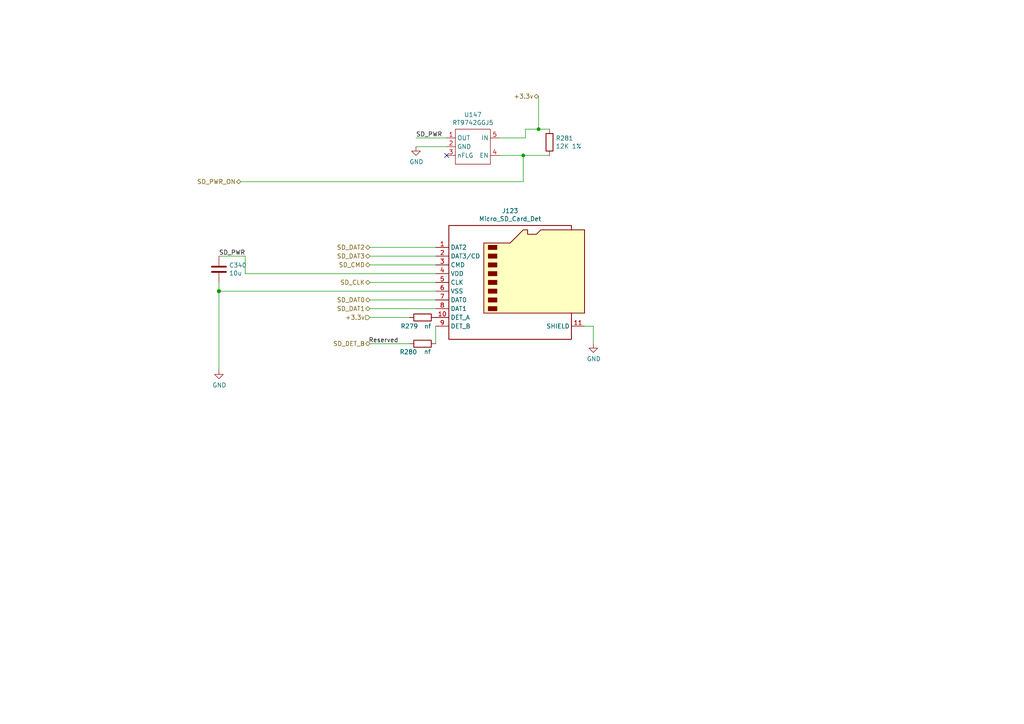
<source format=kicad_sch>
(kicad_sch (version 20210126) (generator eeschema)
  (paper "A4")
  (lib_symbols
    (symbol "CM4IO:RT9742GGJ5"
      (property "Reference" "U" (at 0 0 0))
      (property "Value" "RT9742GGJ5" (at 0 0 0))
      (symbol "RT9742GGJ5_0_0"
        (pin power_out line (at -8.89 10.16 0) (length 2.54) (name "OUT") (number "1"))
        (pin power_in line (at -8.89 7.62 0) (length 2.54) (name "GND") (number "2"))
        (pin open_collector line (at -8.89 5.08 0) (length 2.54) (name "nFLG") (number "3"))
        (pin input line (at 6.35 5.08 180) (length 2.54) (name "EN") (number "4"))
        (pin power_in line (at 6.35 10.16 180) (length 2.54) (name "IN") (number "5"))
      )
      (symbol "RT9742GGJ5_0_1"
        (rectangle (start -6.35 12.7) (end 3.81 2.54))
      )
    )
    (symbol "Connector:Micro_SD_Card_Det"
      (property "Reference" "J" (at -16.51 17.78 0))
      (property "Value" "Micro_SD_Card_Det" (at 16.51 17.78 0))
      (symbol "Micro_SD_Card_Det_0_1"
        (rectangle (start -7.62 -6.985) (end -5.08 -8.255) (fill (type outline)))
        (rectangle (start -7.62 -4.445) (end -5.08 -5.715) (fill (type outline)))
        (rectangle (start -7.62 -1.905) (end -5.08 -3.175) (fill (type outline)))
        (rectangle (start -7.62 0.635) (end -5.08 -0.635) (fill (type outline)))
        (rectangle (start -7.62 3.175) (end -5.08 1.905) (fill (type outline)))
        (rectangle (start -7.62 5.715) (end -5.08 4.445) (fill (type outline)))
        (rectangle (start -7.62 8.255) (end -5.08 6.985) (fill (type outline)))
        (rectangle (start -7.62 10.795) (end -5.08 9.525) (fill (type outline)))
        (polyline (pts (xy 16.51 15.24) (xy 16.51 16.51) (xy -19.05 16.51) (xy -19.05 -16.51) (xy 16.51 -16.51) (xy 16.51 -8.89)) (stroke (width 0.254)))
        (polyline (pts (xy -8.89 -8.89) (xy -8.89 11.43) (xy -1.27 11.43) (xy 2.54 15.24) (xy 3.81 15.24) (xy 3.81 13.97) (xy 6.35 13.97) (xy 7.62 15.24) (xy 20.32 15.24) (xy 20.32 -8.89) (xy -8.89 -8.89)) (stroke (width 0.254)) (fill (type background)))
      )
      (symbol "Micro_SD_Card_Det_1_1"
        (pin bidirectional line (at -22.86 10.16 0) (length 3.81) (name "DAT2") (number "1"))
        (pin passive line (at -22.86 -10.16 0) (length 3.81) (name "DET_A") (number "10"))
        (pin passive line (at 20.32 -12.7 180) (length 3.81) (name "SHIELD") (number "11"))
        (pin bidirectional line (at -22.86 7.62 0) (length 3.81) (name "DAT3/CD") (number "2"))
        (pin input line (at -22.86 5.08 0) (length 3.81) (name "CMD") (number "3"))
        (pin power_in line (at -22.86 2.54 0) (length 3.81) (name "VDD") (number "4"))
        (pin input line (at -22.86 0 0) (length 3.81) (name "CLK") (number "5"))
        (pin power_in line (at -22.86 -2.54 0) (length 3.81) (name "VSS") (number "6"))
        (pin bidirectional line (at -22.86 -5.08 0) (length 3.81) (name "DAT0") (number "7"))
        (pin bidirectional line (at -22.86 -7.62 0) (length 3.81) (name "DAT1") (number "8"))
        (pin passive line (at -22.86 -12.7 0) (length 3.81) (name "DET_B") (number "9"))
      )
    )
    (symbol "Device:C" (pin_numbers hide) (pin_names (offset 0.254))
      (property "Reference" "C" (at 0.635 2.54 0))
      (property "Value" "C" (at 0.635 -2.54 0))
      (symbol "C_0_1"
        (polyline (pts (xy -2.032 -0.762) (xy 2.032 -0.762)) (stroke (width 0.508)))
        (polyline (pts (xy -2.032 0.762) (xy 2.032 0.762)) (stroke (width 0.508)))
      )
      (symbol "C_1_1"
        (pin passive line (at 0 3.81 270) (length 2.794) (name "~") (number "1"))
        (pin passive line (at 0 -3.81 90) (length 2.794) (name "~") (number "2"))
      )
    )
    (symbol "Device:R" (pin_numbers hide) (pin_names (offset 0))
      (property "Reference" "R" (at 2.032 0 90))
      (property "Value" "R" (at 0 0 90))
      (symbol "R_0_1"
        (rectangle (start -1.016 -2.54) (end 1.016 2.54) (stroke (width 0.254)))
      )
      (symbol "R_1_1"
        (pin passive line (at 0 3.81 270) (length 1.27) (name "~") (number "1"))
        (pin passive line (at 0 -3.81 90) (length 1.27) (name "~") (number "2"))
      )
    )
    (symbol "power:GND" (power) (pin_names (offset 0))
      (property "Value" "GND" (at 0 -3.81 0))
      (symbol "GND_0_1"
        (polyline (pts (xy 0 0) (xy 0 -1.27) (xy 1.27 -1.27) (xy 0 -2.54) (xy -1.27 -1.27) (xy 0 -1.27)))
      )
      (symbol "GND_1_1"
        (pin power_in line (at 0 0 270) (length 0) hide (name "GND") (number "1"))
      )
    )
  )
  (junction (at 63.5 84.455) (diameter 1.016))
  (junction (at 151.765 45.085) (diameter 0.9144))
  (junction (at 156.21 37.465) (diameter 0.9144))
  (no_connect (at 129.54 45.085))
  (wire (pts (xy 63.5 74.295) (xy 71.12 74.295)))
  (wire (pts (xy 63.5 81.915) (xy 63.5 84.455)))
  (wire (pts (xy 63.5 84.455) (xy 63.5 107.315)))
  (wire (pts (xy 63.5 84.455) (xy 126.365 84.455)))
  (wire (pts (xy 69.85 52.705) (xy 151.765 52.705)))
  (wire (pts (xy 71.12 79.375) (xy 71.12 74.295)))
  (wire (pts (xy 71.12 79.375) (xy 126.365 79.375)))
  (wire (pts (xy 107.315 71.755) (xy 126.365 71.755)))
  (wire (pts (xy 107.315 76.835) (xy 126.365 76.835)))
  (wire (pts (xy 107.315 86.995) (xy 126.365 86.995)))
  (wire (pts (xy 107.315 92.075) (xy 118.745 92.075)))
  (wire (pts (xy 107.315 99.695) (xy 118.745 99.695)))
  (wire (pts (xy 126.365 74.295) (xy 107.315 74.295)))
  (wire (pts (xy 126.365 81.915) (xy 107.315 81.915)))
  (wire (pts (xy 126.365 89.535) (xy 107.315 89.535)))
  (wire (pts (xy 126.365 94.615) (xy 126.365 99.695)))
  (wire (pts (xy 129.54 40.005) (xy 120.65 40.005)))
  (wire (pts (xy 129.54 42.545) (xy 120.65 42.545)))
  (wire (pts (xy 144.78 40.005) (xy 152.4 40.005)))
  (wire (pts (xy 144.78 45.085) (xy 151.765 45.085)))
  (wire (pts (xy 151.765 45.085) (xy 159.385 45.085)))
  (wire (pts (xy 151.765 52.705) (xy 151.765 45.085)))
  (wire (pts (xy 152.4 37.465) (xy 152.4 40.005)))
  (wire (pts (xy 156.21 27.94) (xy 156.21 37.465)))
  (wire (pts (xy 156.21 37.465) (xy 152.4 37.465)))
  (wire (pts (xy 159.385 37.465) (xy 156.21 37.465)))
  (wire (pts (xy 169.545 94.615) (xy 172.085 94.615)))
  (wire (pts (xy 172.085 94.615) (xy 172.085 99.695)))
  (label "SD_PWR" (at 63.5 74.295 0))
  (label "Reserved" (at 115.57 99.695 180))
  (label "SD_PWR" (at 120.65 40.005 0))
  (hierarchical_label "SD_PWR_ON" (shape bidirectional) (at 69.85 52.705 180))
  (hierarchical_label "SD_DAT2" (shape bidirectional) (at 107.315 71.755 180))
  (hierarchical_label "SD_DAT3" (shape bidirectional) (at 107.315 74.295 180))
  (hierarchical_label "SD_CMD" (shape bidirectional) (at 107.315 76.835 180))
  (hierarchical_label "SD_CLK" (shape bidirectional) (at 107.315 81.915 180))
  (hierarchical_label "SD_DAT0" (shape bidirectional) (at 107.315 86.995 180))
  (hierarchical_label "SD_DAT1" (shape bidirectional) (at 107.315 89.535 180))
  (hierarchical_label "+3.3v" (shape input) (at 107.315 92.075 180))
  (hierarchical_label "SD_DET_B" (shape bidirectional) (at 107.315 99.695 180))
  (hierarchical_label "+3.3v" (shape bidirectional) (at 156.21 27.94 180))
  (symbol (lib_id "power:GND") (at 63.5 107.315 0)
    (property "Reference" "#PWR0631" (effects hide))
    (property "Value" "GND" (at 63.627 111.7092 0))
  )
  (symbol (lib_id "power:GND") (at 120.65 42.545 0)
    (property "Reference" "#PWR0632" (effects hide))
    (property "Value" "GND" (at 120.777 46.9392 0))
  )
  (symbol (lib_id "power:GND") (at 172.085 99.695 0)
    (property "Reference" "#PWR0633" (effects hide))
    (property "Value" "GND" (at 172.212 104.0892 0))
  )
  (symbol (lib_id "Device:R") (at 122.555 92.075 90)
    (property "Reference" "R279" (at 121.285 94.615 90) (effects (justify left)))
    (property "Value" "nf" (at 125.095 94.615 90) (effects (justify left)))
    (property "Footprint" "Resistor_SMD:R_0402_1005Metric" (effects hide))
    (property "Datasheet" "https://fscdn.rohm.com/en/products/databook/datasheet/passive/resistor/chip_resistor/mcr-e.pdf" (effects hide))
    (property "Field4" "Farnell" (effects hide))
    (property "Field5" "9239235" (effects hide))
    (property "Field7" "KOA EUROPE GMBH" (effects hide))
    (property "Field6" "RK73H1ETTP1001F" (effects hide))
    (property "Part Description" "Resistor 1K M1005 1% 63mW" (effects hide))
    (property "Field8" "125049511" (effects hide))
  )
  (symbol (lib_id "Device:R") (at 122.555 99.695 90)
    (property "Reference" "R280" (at 121.0056 102.0826 90) (effects (justify left)))
    (property "Value" "nf" (at 125.0188 102.0318 90) (effects (justify left)))
    (property "Footprint" "Resistor_SMD:R_0402_1005Metric" (effects hide))
    (property "Datasheet" "https://fscdn.rohm.com/en/products/databook/datasheet/passive/resistor/chip_resistor/mcr-e.pdf" (effects hide))
    (property "Field4" "Farnell" (effects hide))
    (property "Field5" "9239235" (effects hide))
    (property "Field7" "KOA EUROPE GMBH" (effects hide))
    (property "Field6" "RK73H1ETTP1001F" (effects hide))
    (property "Part Description" "Resistor 1K M1005 1% 63mW" (effects hide))
    (property "Field8" "125049511" (effects hide))
  )
  (symbol (lib_id "Device:R") (at 159.385 41.275 0)
    (property "Reference" "R281" (at 161.163 40.1066 0) (effects (justify left)))
    (property "Value" "12K 1%" (at 161.163 42.418 0) (effects (justify left)))
    (property "Footprint" "Resistor_SMD:R_0402_1005Metric" (effects hide))
    (property "Datasheet" "https://fscdn.rohm.com/en/products/databook/datasheet/passive/resistor/chip_resistor/mcr-e.pdf" (effects hide))
    (property "Field4" "Farnell" (effects hide))
    (property "Field5" "9239367" (effects hide))
    (property "Field7" "Rohm" (effects hide))
    (property "Field6" "MCR01MZPF1202" (effects hide))
    (property "Part Description" "Resistor 12K M1005 1% 63mW" (effects hide))
  )
  (symbol (lib_id "Device:C") (at 63.5 78.105 0)
    (property "Reference" "C340" (at 66.421 76.9366 0) (effects (justify left)))
    (property "Value" "10u" (at 66.421 79.248 0) (effects (justify left)))
    (property "Footprint" "Capacitor_SMD:C_0805_2012Metric" (effects hide))
    (property "Datasheet" "https://search.murata.co.jp/Ceramy/image/img/A01X/G101/ENG/GRM21BR71A106KA73-01.pdf" (effects hide))
    (property "Field5" "490-14381-1-ND" (effects hide))
    (property "Field4" "Digikey" (effects hide))
    (property "Field6" "GRM21BR71A106KA73L" (effects hide))
    (property "Field7" "Murata" (effects hide))
    (property "Part Description" "	10uF 10% 10V Ceramic Capacitor X7R 0805 (2012 Metric)" (effects hide))
    (property "Field8" "111893011" (effects hide))
  )
  (symbol (lib_id "CM4IO:RT9742GGJ5") (at 138.43 50.165 0)
    (property "Reference" "U147" (at 137.16 33.274 0))
    (property "Value" "RT9742GGJ5" (at 137.16 35.5854 0))
    (property "Footprint" "Package_TO_SOT_SMD:SOT-23-5" (effects hide))
    (property "Datasheet" "https://www.richtek.com/assets/product_file/RT9742/DS9742-00.pdf" (effects hide))
    (property "Field4" "Farnell" (effects hide))
    (property "Field5" "	2545875" (effects hide))
    (property "Field6" "RT9742GGJ5" (effects hide))
    (property "Field7" "RichTek" (effects hide))
    (property "Field8" "USWI00166" (effects hide))
    (property "Part Description" "	Power Switch/Driver 1:1 N-Channel 1A TSOT-23-5" (effects hide))
  )
  (symbol (lib_id "Connector:Micro_SD_Card_Det") (at 149.225 81.915 0)
    (property "Reference" "J123" (at 147.955 61.1632 0))
    (property "Value" "Micro_SD_Card_Det" (at 147.955 63.4746 0))
    (property "Footprint" "ioboard:SDCARD_MOLEX_503398-1892" (effects hide))
    (property "Datasheet" "https://www.hirose.com/product/en/download_file/key_name/DM3/category/Catalog/doc_file_id/49662/?file_category_id=4&item_id=195&is_series=1" (effects hide))
    (property "Field4" "Farnell" (effects hide))
    (property "Field5" "2358234" (effects hide))
    (property "Field6" "503398-1892" (effects hide))
    (property "Field7" "Molex" (effects hide))
    (property "Part Description" "9 (8 + 1) Position Card Connector microSD™ Surface Mount, Right Angle Gold" (effects hide))
    (property "Field8" "UCON00512" (effects hide))
  )
)
</source>
